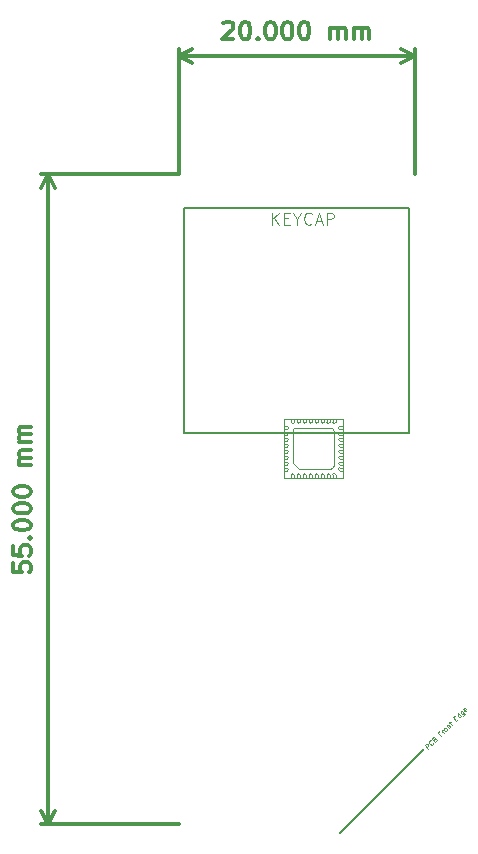
<source format=gbr>
G04 #@! TF.GenerationSoftware,KiCad,Pcbnew,5.0.1*
G04 #@! TF.CreationDate,2019-03-28T22:54:33+10:30*
G04 #@! TF.ProjectId,reflex,7265666C65782E6B696361645F706362,rev?*
G04 #@! TF.SameCoordinates,Original*
G04 #@! TF.FileFunction,Drawing*
%FSLAX46Y46*%
G04 Gerber Fmt 4.6, Leading zero omitted, Abs format (unit mm)*
G04 Created by KiCad (PCBNEW 5.0.1) date Thu 28 Mar 2019 22:54:33 ACDT*
%MOMM*%
%LPD*%
G01*
G04 APERTURE LIST*
%ADD10C,0.300000*%
%ADD11C,0.100000*%
%ADD12C,0.025000*%
%ADD13C,0.150000*%
%ADD14C,0.040000*%
G04 APERTURE END LIST*
D10*
X93785714Y-62221428D02*
X93857142Y-62150000D01*
X94000000Y-62078571D01*
X94357142Y-62078571D01*
X94500000Y-62150000D01*
X94571428Y-62221428D01*
X94642857Y-62364285D01*
X94642857Y-62507142D01*
X94571428Y-62721428D01*
X93714285Y-63578571D01*
X94642857Y-63578571D01*
X95571428Y-62078571D02*
X95714285Y-62078571D01*
X95857142Y-62150000D01*
X95928571Y-62221428D01*
X96000000Y-62364285D01*
X96071428Y-62650000D01*
X96071428Y-63007142D01*
X96000000Y-63292857D01*
X95928571Y-63435714D01*
X95857142Y-63507142D01*
X95714285Y-63578571D01*
X95571428Y-63578571D01*
X95428571Y-63507142D01*
X95357142Y-63435714D01*
X95285714Y-63292857D01*
X95214285Y-63007142D01*
X95214285Y-62650000D01*
X95285714Y-62364285D01*
X95357142Y-62221428D01*
X95428571Y-62150000D01*
X95571428Y-62078571D01*
X96714285Y-63435714D02*
X96785714Y-63507142D01*
X96714285Y-63578571D01*
X96642857Y-63507142D01*
X96714285Y-63435714D01*
X96714285Y-63578571D01*
X97714285Y-62078571D02*
X97857142Y-62078571D01*
X98000000Y-62150000D01*
X98071428Y-62221428D01*
X98142857Y-62364285D01*
X98214285Y-62650000D01*
X98214285Y-63007142D01*
X98142857Y-63292857D01*
X98071428Y-63435714D01*
X98000000Y-63507142D01*
X97857142Y-63578571D01*
X97714285Y-63578571D01*
X97571428Y-63507142D01*
X97500000Y-63435714D01*
X97428571Y-63292857D01*
X97357142Y-63007142D01*
X97357142Y-62650000D01*
X97428571Y-62364285D01*
X97500000Y-62221428D01*
X97571428Y-62150000D01*
X97714285Y-62078571D01*
X99142857Y-62078571D02*
X99285714Y-62078571D01*
X99428571Y-62150000D01*
X99500000Y-62221428D01*
X99571428Y-62364285D01*
X99642857Y-62650000D01*
X99642857Y-63007142D01*
X99571428Y-63292857D01*
X99500000Y-63435714D01*
X99428571Y-63507142D01*
X99285714Y-63578571D01*
X99142857Y-63578571D01*
X99000000Y-63507142D01*
X98928571Y-63435714D01*
X98857142Y-63292857D01*
X98785714Y-63007142D01*
X98785714Y-62650000D01*
X98857142Y-62364285D01*
X98928571Y-62221428D01*
X99000000Y-62150000D01*
X99142857Y-62078571D01*
X100571428Y-62078571D02*
X100714285Y-62078571D01*
X100857142Y-62150000D01*
X100928571Y-62221428D01*
X101000000Y-62364285D01*
X101071428Y-62650000D01*
X101071428Y-63007142D01*
X101000000Y-63292857D01*
X100928571Y-63435714D01*
X100857142Y-63507142D01*
X100714285Y-63578571D01*
X100571428Y-63578571D01*
X100428571Y-63507142D01*
X100357142Y-63435714D01*
X100285714Y-63292857D01*
X100214285Y-63007142D01*
X100214285Y-62650000D01*
X100285714Y-62364285D01*
X100357142Y-62221428D01*
X100428571Y-62150000D01*
X100571428Y-62078571D01*
X102857142Y-63578571D02*
X102857142Y-62578571D01*
X102857142Y-62721428D02*
X102928571Y-62650000D01*
X103071428Y-62578571D01*
X103285714Y-62578571D01*
X103428571Y-62650000D01*
X103500000Y-62792857D01*
X103500000Y-63578571D01*
X103500000Y-62792857D02*
X103571428Y-62650000D01*
X103714285Y-62578571D01*
X103928571Y-62578571D01*
X104071428Y-62650000D01*
X104142857Y-62792857D01*
X104142857Y-63578571D01*
X104857142Y-63578571D02*
X104857142Y-62578571D01*
X104857142Y-62721428D02*
X104928571Y-62650000D01*
X105071428Y-62578571D01*
X105285714Y-62578571D01*
X105428571Y-62650000D01*
X105500000Y-62792857D01*
X105500000Y-63578571D01*
X105500000Y-62792857D02*
X105571428Y-62650000D01*
X105714285Y-62578571D01*
X105928571Y-62578571D01*
X106071428Y-62650000D01*
X106142857Y-62792857D01*
X106142857Y-63578571D01*
X90000000Y-65000000D02*
X110000000Y-65000000D01*
X90000000Y-75000000D02*
X90000000Y-64413579D01*
X110000000Y-75000000D02*
X110000000Y-64413579D01*
X110000000Y-65000000D02*
X108873496Y-65586421D01*
X110000000Y-65000000D02*
X108873496Y-64413579D01*
X90000000Y-65000000D02*
X91126504Y-65586421D01*
X90000000Y-65000000D02*
X91126504Y-64413579D01*
X75995681Y-107928571D02*
X75995681Y-108642857D01*
X76709967Y-108714285D01*
X76638538Y-108642857D01*
X76567110Y-108500000D01*
X76567110Y-108142857D01*
X76638538Y-108000000D01*
X76709967Y-107928571D01*
X76852824Y-107857142D01*
X77209967Y-107857142D01*
X77352824Y-107928571D01*
X77424252Y-108000000D01*
X77495681Y-108142857D01*
X77495681Y-108500000D01*
X77424252Y-108642857D01*
X77352824Y-108714285D01*
X75995681Y-106500000D02*
X75995681Y-107214285D01*
X76709967Y-107285714D01*
X76638538Y-107214285D01*
X76567110Y-107071428D01*
X76567110Y-106714285D01*
X76638538Y-106571428D01*
X76709967Y-106500000D01*
X76852824Y-106428571D01*
X77209967Y-106428571D01*
X77352824Y-106500000D01*
X77424252Y-106571428D01*
X77495681Y-106714285D01*
X77495681Y-107071428D01*
X77424252Y-107214285D01*
X77352824Y-107285714D01*
X77352824Y-105785714D02*
X77424252Y-105714285D01*
X77495681Y-105785714D01*
X77424252Y-105857142D01*
X77352824Y-105785714D01*
X77495681Y-105785714D01*
X75995681Y-104785714D02*
X75995681Y-104642857D01*
X76067110Y-104500000D01*
X76138538Y-104428571D01*
X76281395Y-104357142D01*
X76567110Y-104285714D01*
X76924252Y-104285714D01*
X77209967Y-104357142D01*
X77352824Y-104428571D01*
X77424252Y-104500000D01*
X77495681Y-104642857D01*
X77495681Y-104785714D01*
X77424252Y-104928571D01*
X77352824Y-105000000D01*
X77209967Y-105071428D01*
X76924252Y-105142857D01*
X76567110Y-105142857D01*
X76281395Y-105071428D01*
X76138538Y-105000000D01*
X76067110Y-104928571D01*
X75995681Y-104785714D01*
X75995681Y-103357142D02*
X75995681Y-103214285D01*
X76067110Y-103071428D01*
X76138538Y-103000000D01*
X76281395Y-102928571D01*
X76567110Y-102857142D01*
X76924252Y-102857142D01*
X77209967Y-102928571D01*
X77352824Y-103000000D01*
X77424252Y-103071428D01*
X77495681Y-103214285D01*
X77495681Y-103357142D01*
X77424252Y-103500000D01*
X77352824Y-103571428D01*
X77209967Y-103642857D01*
X76924252Y-103714285D01*
X76567110Y-103714285D01*
X76281395Y-103642857D01*
X76138538Y-103571428D01*
X76067110Y-103500000D01*
X75995681Y-103357142D01*
X75995681Y-101928571D02*
X75995681Y-101785714D01*
X76067110Y-101642857D01*
X76138538Y-101571428D01*
X76281395Y-101500000D01*
X76567110Y-101428571D01*
X76924252Y-101428571D01*
X77209967Y-101500000D01*
X77352824Y-101571428D01*
X77424252Y-101642857D01*
X77495681Y-101785714D01*
X77495681Y-101928571D01*
X77424252Y-102071428D01*
X77352824Y-102142857D01*
X77209967Y-102214285D01*
X76924252Y-102285714D01*
X76567110Y-102285714D01*
X76281395Y-102214285D01*
X76138538Y-102142857D01*
X76067110Y-102071428D01*
X75995681Y-101928571D01*
X77495681Y-99642857D02*
X76495681Y-99642857D01*
X76638538Y-99642857D02*
X76567110Y-99571428D01*
X76495681Y-99428571D01*
X76495681Y-99214285D01*
X76567110Y-99071428D01*
X76709967Y-99000000D01*
X77495681Y-99000000D01*
X76709967Y-99000000D02*
X76567110Y-98928571D01*
X76495681Y-98785714D01*
X76495681Y-98571428D01*
X76567110Y-98428571D01*
X76709967Y-98357142D01*
X77495681Y-98357142D01*
X77495681Y-97642857D02*
X76495681Y-97642857D01*
X76638538Y-97642857D02*
X76567110Y-97571428D01*
X76495681Y-97428571D01*
X76495681Y-97214285D01*
X76567110Y-97071428D01*
X76709967Y-97000000D01*
X77495681Y-97000000D01*
X76709967Y-97000000D02*
X76567110Y-96928571D01*
X76495681Y-96785714D01*
X76495681Y-96571428D01*
X76567110Y-96428571D01*
X76709967Y-96357142D01*
X77495681Y-96357142D01*
X78917110Y-130000000D02*
X78917110Y-75000000D01*
X90000000Y-130000000D02*
X78330689Y-130000000D01*
X90000000Y-75000000D02*
X78330689Y-75000000D01*
X78917110Y-75000000D02*
X79503531Y-76126504D01*
X78917110Y-75000000D02*
X78330689Y-76126504D01*
X78917110Y-130000000D02*
X79503531Y-128873496D01*
X78917110Y-130000000D02*
X78330689Y-128873496D01*
D11*
X97928571Y-79252380D02*
X97928571Y-78252380D01*
X98500000Y-79252380D02*
X98071428Y-78680952D01*
X98500000Y-78252380D02*
X97928571Y-78823809D01*
X98928571Y-78728571D02*
X99261904Y-78728571D01*
X99404761Y-79252380D02*
X98928571Y-79252380D01*
X98928571Y-78252380D01*
X99404761Y-78252380D01*
X100023809Y-78776190D02*
X100023809Y-79252380D01*
X99690476Y-78252380D02*
X100023809Y-78776190D01*
X100357142Y-78252380D01*
X101261904Y-79157142D02*
X101214285Y-79204761D01*
X101071428Y-79252380D01*
X100976190Y-79252380D01*
X100833333Y-79204761D01*
X100738095Y-79109523D01*
X100690476Y-79014285D01*
X100642857Y-78823809D01*
X100642857Y-78680952D01*
X100690476Y-78490476D01*
X100738095Y-78395238D01*
X100833333Y-78300000D01*
X100976190Y-78252380D01*
X101071428Y-78252380D01*
X101214285Y-78300000D01*
X101261904Y-78347619D01*
X101642857Y-78966666D02*
X102119047Y-78966666D01*
X101547619Y-79252380D02*
X101880952Y-78252380D01*
X102214285Y-79252380D01*
X102547619Y-79252380D02*
X102547619Y-78252380D01*
X102928571Y-78252380D01*
X103023809Y-78300000D01*
X103071428Y-78347619D01*
X103119047Y-78442857D01*
X103119047Y-78585714D01*
X103071428Y-78680952D01*
X103023809Y-78728571D01*
X102928571Y-78776190D01*
X102547619Y-78776190D01*
D12*
G04 #@! TO.C,U2*
X99790000Y-100720000D02*
X99790000Y-100440000D01*
X99790000Y-100440000D02*
G75*
G03X99550000Y-100440000I-120000J0D01*
G01*
X99550000Y-100440000D02*
X99550000Y-100720000D01*
X99550000Y-100720000D02*
X99790000Y-100720000D01*
X100290000Y-100720000D02*
X100290000Y-100440000D01*
X100290000Y-100440000D02*
G75*
G03X100050000Y-100440000I-120000J0D01*
G01*
X100050000Y-100440000D02*
X100050000Y-100720000D01*
X100050000Y-100720000D02*
X100290000Y-100720000D01*
X100790000Y-100720000D02*
X100790000Y-100440000D01*
X100790000Y-100440000D02*
G75*
G03X100550000Y-100440000I-120000J0D01*
G01*
X100550000Y-100440000D02*
X100550000Y-100720000D01*
X100550000Y-100720000D02*
X100790000Y-100720000D01*
X101290000Y-100720000D02*
X101290000Y-100440000D01*
X101290000Y-100440000D02*
G75*
G03X101050000Y-100440000I-120000J0D01*
G01*
X101050000Y-100440000D02*
X101050000Y-100720000D01*
X101050000Y-100720000D02*
X101290000Y-100720000D01*
X101790000Y-100720000D02*
X101790000Y-100440000D01*
X101790000Y-100440000D02*
G75*
G03X101550000Y-100440000I-120000J0D01*
G01*
X101550000Y-100440000D02*
X101550000Y-100720000D01*
X101550000Y-100720000D02*
X101790000Y-100720000D01*
X102290000Y-100720000D02*
X102290000Y-100440000D01*
X102290000Y-100440000D02*
G75*
G03X102050000Y-100440000I-120000J0D01*
G01*
X102050000Y-100440000D02*
X102050000Y-100720000D01*
X102050000Y-100720000D02*
X102290000Y-100720000D01*
X102790000Y-100720000D02*
X102790000Y-100440000D01*
X102790000Y-100440000D02*
G75*
G03X102550000Y-100440000I-120000J0D01*
G01*
X102550000Y-100440000D02*
X102550000Y-100720000D01*
X102550000Y-100720000D02*
X102790000Y-100720000D01*
X103290000Y-100720000D02*
X103290000Y-100440000D01*
X103290000Y-100440000D02*
G75*
G03X103050000Y-100440000I-120000J0D01*
G01*
X103050000Y-100440000D02*
X103050000Y-100720000D01*
X103050000Y-100720000D02*
X103290000Y-100720000D01*
X103920000Y-99850000D02*
X103640000Y-99850000D01*
X103640000Y-99850000D02*
G75*
G03X103640000Y-100090000I0J-120000D01*
G01*
X103640000Y-100090000D02*
X103920000Y-100090000D01*
X103920000Y-100090000D02*
X103920000Y-99850000D01*
X103920000Y-99350000D02*
X103640000Y-99350000D01*
X103640000Y-99350000D02*
G75*
G03X103640000Y-99590000I0J-120000D01*
G01*
X103640000Y-99590000D02*
X103920000Y-99590000D01*
X103920000Y-99590000D02*
X103920000Y-99350000D01*
X103920000Y-98850000D02*
X103640000Y-98850000D01*
X103640000Y-98850000D02*
G75*
G03X103640000Y-99090000I0J-120000D01*
G01*
X103640000Y-99090000D02*
X103920000Y-99090000D01*
X103920000Y-99090000D02*
X103920000Y-98850000D01*
X103920000Y-98350000D02*
X103640000Y-98350000D01*
X103640000Y-98350000D02*
G75*
G03X103640000Y-98590000I0J-120000D01*
G01*
X103640000Y-98590000D02*
X103920000Y-98590000D01*
X103920000Y-98590000D02*
X103920000Y-98350000D01*
X103920000Y-97850000D02*
X103640000Y-97850000D01*
X103640000Y-97850000D02*
G75*
G03X103640000Y-98090000I0J-120000D01*
G01*
X103640000Y-98090000D02*
X103920000Y-98090000D01*
X103920000Y-98090000D02*
X103920000Y-97850000D01*
X103920000Y-97350000D02*
X103640000Y-97350000D01*
X103640000Y-97350000D02*
G75*
G03X103640000Y-97590000I0J-120000D01*
G01*
X103640000Y-97590000D02*
X103920000Y-97590000D01*
X103920000Y-97590000D02*
X103920000Y-97350000D01*
X103920000Y-96850000D02*
X103640000Y-96850000D01*
X103640000Y-96850000D02*
G75*
G03X103640000Y-97090000I0J-120000D01*
G01*
X103640000Y-97090000D02*
X103920000Y-97090000D01*
X103920000Y-97090000D02*
X103920000Y-96850000D01*
X103920000Y-96350000D02*
X103640000Y-96350000D01*
X103640000Y-96350000D02*
G75*
G03X103640000Y-96590000I0J-120000D01*
G01*
X103640000Y-96590000D02*
X103920000Y-96590000D01*
X103920000Y-96590000D02*
X103920000Y-96350000D01*
X103050000Y-95720000D02*
X103050000Y-96000000D01*
X103050000Y-96000000D02*
G75*
G03X103290000Y-96000000I120000J0D01*
G01*
X103290000Y-96000000D02*
X103290000Y-95720000D01*
X103290000Y-95720000D02*
X103050000Y-95720000D01*
X102550000Y-95720000D02*
X102550000Y-96000000D01*
X102550000Y-96000000D02*
G75*
G03X102790000Y-96000000I120000J0D01*
G01*
X102790000Y-96000000D02*
X102790000Y-95720000D01*
X102790000Y-95720000D02*
X102550000Y-95720000D01*
X102050000Y-95720000D02*
X102050000Y-96000000D01*
X102050000Y-96000000D02*
G75*
G03X102290000Y-96000000I120000J0D01*
G01*
X102290000Y-96000000D02*
X102290000Y-95720000D01*
X102290000Y-95720000D02*
X102050000Y-95720000D01*
X101550000Y-95720000D02*
X101550000Y-96000000D01*
X101550000Y-96000000D02*
G75*
G03X101790000Y-96000000I120000J0D01*
G01*
X101790000Y-96000000D02*
X101790000Y-95720000D01*
X101790000Y-95720000D02*
X101550000Y-95720000D01*
X101050000Y-95720000D02*
X101050000Y-96000000D01*
X101050000Y-96000000D02*
G75*
G03X101290000Y-96000000I120000J0D01*
G01*
X101290000Y-96000000D02*
X101290000Y-95720000D01*
X101290000Y-95720000D02*
X101050000Y-95720000D01*
X100550000Y-95720000D02*
X100550000Y-96000000D01*
X100550000Y-96000000D02*
G75*
G03X100790000Y-96000000I120000J0D01*
G01*
X100790000Y-96000000D02*
X100790000Y-95720000D01*
X100790000Y-95720000D02*
X100550000Y-95720000D01*
X100050000Y-95720000D02*
X100050000Y-96000000D01*
X100050000Y-96000000D02*
G75*
G03X100290000Y-96000000I120000J0D01*
G01*
X100290000Y-96000000D02*
X100290000Y-95720000D01*
X100290000Y-95720000D02*
X100050000Y-95720000D01*
X99550000Y-95720000D02*
X99550000Y-96000000D01*
X99550000Y-96000000D02*
G75*
G03X99790000Y-96000000I120000J0D01*
G01*
X99790000Y-96000000D02*
X99790000Y-95720000D01*
X99790000Y-95720000D02*
X99550000Y-95720000D01*
X98920000Y-96590000D02*
X99200000Y-96590000D01*
X99200000Y-96590000D02*
G75*
G03X99200000Y-96350000I0J120000D01*
G01*
X99200000Y-96350000D02*
X98920000Y-96350000D01*
X98920000Y-96350000D02*
X98920000Y-96590000D01*
X98920000Y-97090000D02*
X99200000Y-97090000D01*
X99200000Y-97090000D02*
G75*
G03X99200000Y-96850000I0J120000D01*
G01*
X99200000Y-96850000D02*
X98920000Y-96850000D01*
X98920000Y-96850000D02*
X98920000Y-97090000D01*
X98920000Y-97590000D02*
X99200000Y-97590000D01*
X99200000Y-97590000D02*
G75*
G03X99200000Y-97350000I0J120000D01*
G01*
X99200000Y-97350000D02*
X98920000Y-97350000D01*
X98920000Y-97350000D02*
X98920000Y-97590000D01*
X98920000Y-98090000D02*
X99200000Y-98090000D01*
X99200000Y-98090000D02*
G75*
G03X99200000Y-97850000I0J120000D01*
G01*
X99200000Y-97850000D02*
X98920000Y-97850000D01*
X98920000Y-97850000D02*
X98920000Y-98090000D01*
X98920000Y-98590000D02*
X99200000Y-98590000D01*
X99200000Y-98590000D02*
G75*
G03X99200000Y-98350000I0J120000D01*
G01*
X99200000Y-98350000D02*
X98920000Y-98350000D01*
X98920000Y-98350000D02*
X98920000Y-98590000D01*
X98920000Y-99090000D02*
X99200000Y-99090000D01*
X99200000Y-99090000D02*
G75*
G03X99200000Y-98850000I0J120000D01*
G01*
X99200000Y-98850000D02*
X98920000Y-98850000D01*
X98920000Y-98850000D02*
X98920000Y-99090000D01*
X98920000Y-99590000D02*
X99200000Y-99590000D01*
X99200000Y-99590000D02*
G75*
G03X99200000Y-99350000I0J120000D01*
G01*
X99200000Y-99350000D02*
X98920000Y-99350000D01*
X98920000Y-99350000D02*
X98920000Y-99590000D01*
X98920000Y-100090000D02*
X99200000Y-100090000D01*
X99200000Y-100090000D02*
G75*
G03X99200000Y-99850000I0J120000D01*
G01*
X99200000Y-99850000D02*
X98920000Y-99850000D01*
X98920000Y-99850000D02*
X98920000Y-100090000D01*
X100195000Y-99945000D02*
X102895000Y-99945000D01*
X102895000Y-99945000D02*
G75*
G03X103145000Y-99695000I0J250000D01*
G01*
X103145000Y-99695000D02*
X103145000Y-96745000D01*
X103145000Y-96745000D02*
G75*
G03X102895000Y-96495000I-250000J0D01*
G01*
X102895000Y-96495000D02*
X99945000Y-96495000D01*
X99945000Y-96495000D02*
G75*
G03X99695000Y-96745000I0J-250000D01*
G01*
X99695000Y-96745000D02*
X99695000Y-99445000D01*
X99695000Y-99445000D02*
X100195000Y-99945000D01*
X98920000Y-100720000D02*
X98920000Y-95720000D01*
X98920000Y-95720000D02*
X103920000Y-95720000D01*
X103920000Y-95720000D02*
X103920000Y-100720000D01*
X103920000Y-100720000D02*
X98920000Y-100720000D01*
D13*
G04 #@! TO.C,J1*
X103680223Y-130751291D02*
X110751291Y-123680223D01*
G04 #@! TO.C,SW1*
X90475000Y-77875000D02*
X109525000Y-77875000D01*
X109525000Y-77875000D02*
X109525000Y-96925000D01*
X109525000Y-96925000D02*
X90475000Y-96925000D01*
X90475000Y-96925000D02*
X90475000Y-77875000D01*
G04 #@! TD*
G04 #@! TO.C,J1*
D14*
X111158382Y-123628032D02*
X110875539Y-123345189D01*
X110983289Y-123237439D01*
X111023695Y-123223971D01*
X111050632Y-123223971D01*
X111091038Y-123237439D01*
X111131444Y-123277845D01*
X111144913Y-123318251D01*
X111144913Y-123345189D01*
X111131444Y-123385595D01*
X111023695Y-123493345D01*
X111575911Y-123156627D02*
X111575911Y-123183564D01*
X111548974Y-123237439D01*
X111522037Y-123264377D01*
X111468162Y-123291314D01*
X111414287Y-123291314D01*
X111373881Y-123277845D01*
X111306537Y-123237439D01*
X111266131Y-123197033D01*
X111225725Y-123129690D01*
X111212257Y-123089284D01*
X111212257Y-123035409D01*
X111239194Y-122981534D01*
X111266131Y-122954597D01*
X111320006Y-122927659D01*
X111346944Y-122927659D01*
X111670192Y-122819910D02*
X111724067Y-122792972D01*
X111751005Y-122792972D01*
X111791411Y-122806441D01*
X111831817Y-122846847D01*
X111845285Y-122887253D01*
X111845285Y-122914190D01*
X111831817Y-122954597D01*
X111724067Y-123062346D01*
X111441224Y-122779503D01*
X111535505Y-122685223D01*
X111575911Y-122671754D01*
X111602849Y-122671754D01*
X111643255Y-122685223D01*
X111670192Y-122712160D01*
X111683661Y-122752566D01*
X111683661Y-122779503D01*
X111670192Y-122819910D01*
X111575911Y-122914190D01*
X112168534Y-122321568D02*
X112074253Y-122415849D01*
X112222409Y-122564004D02*
X111939566Y-122281162D01*
X112074253Y-122146475D01*
X112464846Y-122321568D02*
X112276284Y-122133006D01*
X112330159Y-122186881D02*
X112316690Y-122146475D01*
X112316690Y-122119537D01*
X112330159Y-122079131D01*
X112357096Y-122052194D01*
X112680345Y-122106068D02*
X112639939Y-122119537D01*
X112613001Y-122119537D01*
X112572595Y-122106068D01*
X112491783Y-122025256D01*
X112478314Y-121984850D01*
X112478314Y-121957913D01*
X112491783Y-121917507D01*
X112532189Y-121877101D01*
X112572595Y-121863632D01*
X112599533Y-121863632D01*
X112639939Y-121877101D01*
X112720751Y-121957913D01*
X112734220Y-121998319D01*
X112734220Y-122025256D01*
X112720751Y-122065662D01*
X112680345Y-122106068D01*
X112707282Y-121702007D02*
X112895844Y-121890569D01*
X112734220Y-121728945D02*
X112734220Y-121702007D01*
X112747688Y-121661601D01*
X112788095Y-121621195D01*
X112828501Y-121607726D01*
X112868907Y-121621195D01*
X113017062Y-121769351D01*
X112922782Y-121486508D02*
X113030531Y-121378759D01*
X112868907Y-121351821D02*
X113111343Y-121594258D01*
X113151749Y-121607726D01*
X113192156Y-121594258D01*
X113219093Y-121567320D01*
X113380717Y-121109385D02*
X113474998Y-121015104D01*
X113663560Y-121122853D02*
X113528873Y-121257540D01*
X113246030Y-120974698D01*
X113380717Y-120840011D01*
X113905997Y-120880417D02*
X113623154Y-120597574D01*
X113892528Y-120866948D02*
X113879059Y-120907354D01*
X113825184Y-120961229D01*
X113784778Y-120974698D01*
X113757841Y-120974698D01*
X113717435Y-120961229D01*
X113636623Y-120880417D01*
X113623154Y-120840011D01*
X113623154Y-120813073D01*
X113636623Y-120772667D01*
X113690497Y-120718792D01*
X113730904Y-120705324D01*
X113973340Y-120435950D02*
X114202308Y-120664917D01*
X114215777Y-120705324D01*
X114215777Y-120732261D01*
X114202308Y-120772667D01*
X114161902Y-120813073D01*
X114121496Y-120826542D01*
X114148433Y-120611043D02*
X114134965Y-120651449D01*
X114081090Y-120705324D01*
X114040684Y-120718792D01*
X114013746Y-120718792D01*
X113973340Y-120705324D01*
X113892528Y-120624511D01*
X113879059Y-120584105D01*
X113879059Y-120557168D01*
X113892528Y-120516762D01*
X113946403Y-120462887D01*
X113986809Y-120449418D01*
X114390870Y-120368606D02*
X114377401Y-120409012D01*
X114323526Y-120462887D01*
X114283120Y-120476356D01*
X114242714Y-120462887D01*
X114134965Y-120355137D01*
X114121496Y-120314731D01*
X114134965Y-120274325D01*
X114188839Y-120220450D01*
X114229245Y-120206982D01*
X114269652Y-120220450D01*
X114296589Y-120247388D01*
X114188839Y-120409012D01*
G04 #@! TD*
M02*

</source>
